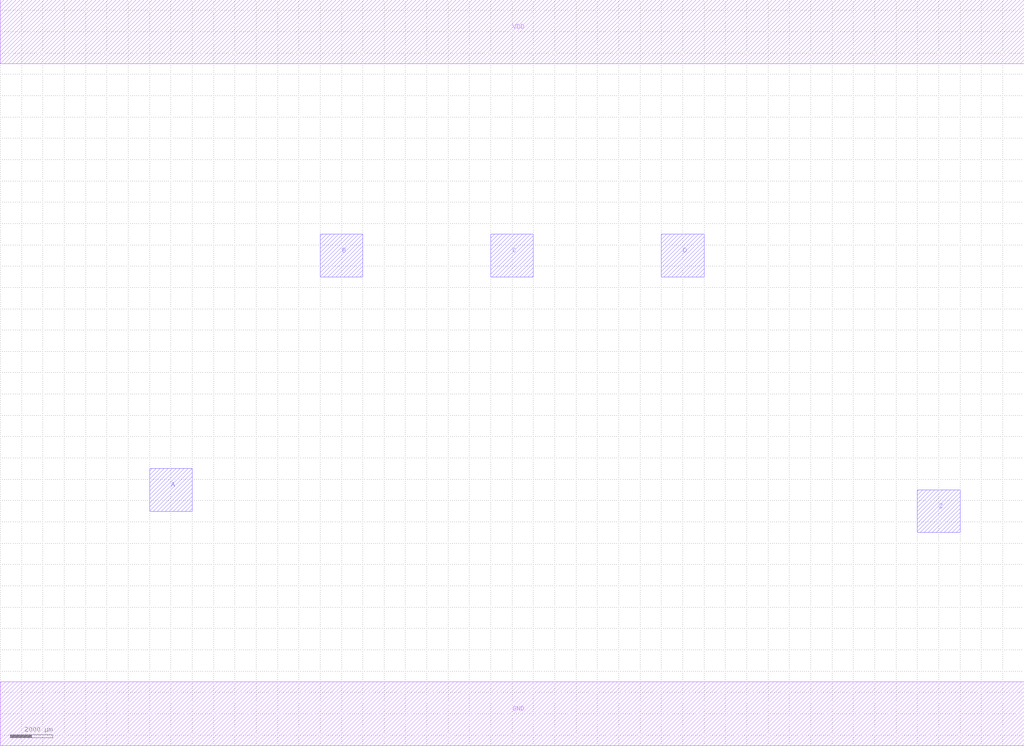
<source format=lef>
MACRO OR4
 CLASS CORE ;
 ORIGIN 0 0 ;
 FOREIGN OR4 0 0 ;
 SITE CORE ;
 SYMMETRY X Y R90 ;
  PIN VDD
   DIRECTION INOUT ;
   USE SIGNAL ;
   SHAPE ABUTMENT ;
    PORT
     CLASS CORE ;
       LAYER metal1 ;
        RECT 0.00000000 30500.00000000 48000.00000000 33500.00000000 ;
    END
  END VDD

  PIN GND
   DIRECTION INOUT ;
   USE SIGNAL ;
   SHAPE ABUTMENT ;
    PORT
     CLASS CORE ;
       LAYER metal1 ;
        RECT 0.00000000 -1500.00000000 48000.00000000 1500.00000000 ;
    END
  END GND

  PIN A
   DIRECTION INOUT ;
   USE SIGNAL ;
   SHAPE ABUTMENT ;
    PORT
     CLASS CORE ;
       LAYER metal2 ;
        RECT 7000.00000000 9500.00000000 9000.00000000 11500.00000000 ;
    END
  END A

  PIN B
   DIRECTION INOUT ;
   USE SIGNAL ;
   SHAPE ABUTMENT ;
    PORT
     CLASS CORE ;
       LAYER metal2 ;
        RECT 15000.00000000 20500.00000000 17000.00000000 22500.00000000 ;
    END
  END B

  PIN C
   DIRECTION INOUT ;
   USE SIGNAL ;
   SHAPE ABUTMENT ;
    PORT
     CLASS CORE ;
       LAYER metal2 ;
        RECT 23000.00000000 20500.00000000 25000.00000000 22500.00000000 ;
    END
  END C

  PIN D
   DIRECTION INOUT ;
   USE SIGNAL ;
   SHAPE ABUTMENT ;
    PORT
     CLASS CORE ;
       LAYER metal2 ;
        RECT 31000.00000000 20500.00000000 33000.00000000 22500.00000000 ;
    END
  END D

  PIN Z
   DIRECTION INOUT ;
   USE SIGNAL ;
   SHAPE ABUTMENT ;
    PORT
     CLASS CORE ;
       LAYER metal2 ;
        RECT 43000.00000000 8500.00000000 45000.00000000 10500.00000000 ;
    END
  END Z


END OR4

</source>
